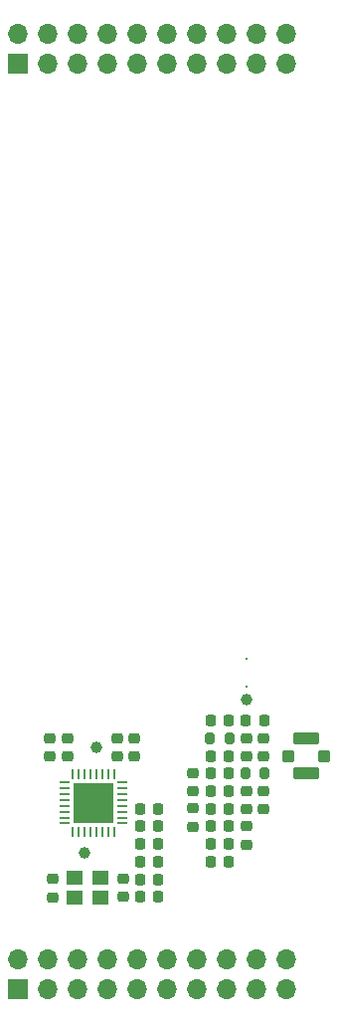
<source format=gbr>
G04 #@! TF.GenerationSoftware,KiCad,Pcbnew,9.99.0-unknown-d5f02ba7bc~182~ubuntu22.04.1*
G04 #@! TF.CreationDate,2025-03-17T15:10:36+01:00*
G04 #@! TF.ProjectId,rfid-reader,72666964-2d72-4656-9164-65722e6b6963,rev?*
G04 #@! TF.SameCoordinates,Original*
G04 #@! TF.FileFunction,Soldermask,Top*
G04 #@! TF.FilePolarity,Negative*
%FSLAX46Y46*%
G04 Gerber Fmt 4.6, Leading zero omitted, Abs format (unit mm)*
G04 Created by KiCad (PCBNEW 9.99.0-unknown-d5f02ba7bc~182~ubuntu22.04.1) date 2025-03-17 15:10:36*
%MOMM*%
%LPD*%
G01*
G04 APERTURE LIST*
G04 Aperture macros list*
%AMRoundRect*
0 Rectangle with rounded corners*
0 $1 Rounding radius*
0 $2 $3 $4 $5 $6 $7 $8 $9 X,Y pos of 4 corners*
0 Add a 4 corners polygon primitive as box body*
4,1,4,$2,$3,$4,$5,$6,$7,$8,$9,$2,$3,0*
0 Add four circle primitives for the rounded corners*
1,1,$1+$1,$2,$3*
1,1,$1+$1,$4,$5*
1,1,$1+$1,$6,$7*
1,1,$1+$1,$8,$9*
0 Add four rect primitives between the rounded corners*
20,1,$1+$1,$2,$3,$4,$5,0*
20,1,$1+$1,$4,$5,$6,$7,0*
20,1,$1+$1,$6,$7,$8,$9,0*
20,1,$1+$1,$8,$9,$2,$3,0*%
G04 Aperture macros list end*
%ADD10RoundRect,0.225000X0.250000X-0.225000X0.250000X0.225000X-0.250000X0.225000X-0.250000X-0.225000X0*%
%ADD11RoundRect,0.225000X-0.225000X-0.250000X0.225000X-0.250000X0.225000X0.250000X-0.225000X0.250000X0*%
%ADD12RoundRect,0.200000X-0.200000X-0.275000X0.200000X-0.275000X0.200000X0.275000X-0.200000X0.275000X0*%
%ADD13RoundRect,0.225000X0.225000X0.250000X-0.225000X0.250000X-0.225000X-0.250000X0.225000X-0.250000X0*%
%ADD14C,1.000000*%
%ADD15RoundRect,0.062500X0.375000X0.062500X-0.375000X0.062500X-0.375000X-0.062500X0.375000X-0.062500X0*%
%ADD16RoundRect,0.062500X0.062500X0.375000X-0.062500X0.375000X-0.062500X-0.375000X0.062500X-0.375000X0*%
%ADD17R,3.450000X3.450000*%
%ADD18RoundRect,0.030000X0.070000X-0.070000X0.070000X0.070000X-0.070000X0.070000X-0.070000X-0.070000X0*%
%ADD19RoundRect,0.200000X0.200000X0.275000X-0.200000X0.275000X-0.200000X-0.275000X0.200000X-0.275000X0*%
%ADD20RoundRect,0.100000X0.400000X-0.400000X0.400000X0.400000X-0.400000X0.400000X-0.400000X-0.400000X0*%
%ADD21RoundRect,0.105000X0.995000X-0.420000X0.995000X0.420000X-0.995000X0.420000X-0.995000X-0.420000X0*%
%ADD22RoundRect,0.218750X0.256250X-0.218750X0.256250X0.218750X-0.256250X0.218750X-0.256250X-0.218750X0*%
%ADD23R,1.400000X1.200000*%
%ADD24R,1.700000X1.700000*%
%ADD25O,1.700000X1.700000*%
G04 APERTURE END LIST*
D10*
X102210000Y-127455000D03*
X102210000Y-125905000D03*
X100710000Y-127455000D03*
X100710000Y-125905000D03*
D11*
X91685000Y-134930000D03*
X93235000Y-134930000D03*
D12*
X100635000Y-128930000D03*
X102285000Y-128930000D03*
D13*
X99235000Y-127430000D03*
X97685000Y-127430000D03*
X99235000Y-133430000D03*
X97685000Y-133430000D03*
D10*
X102210000Y-131955000D03*
X102210000Y-130405000D03*
D14*
X86960000Y-135680000D03*
D15*
X90147500Y-133180000D03*
X90147500Y-132680000D03*
X90147500Y-132180000D03*
X90147500Y-131680000D03*
X90147500Y-131180000D03*
X90147500Y-130680000D03*
X90147500Y-130180000D03*
X90147500Y-129680000D03*
D16*
X89460000Y-128992500D03*
X88960000Y-128992500D03*
X88460000Y-128992500D03*
X87960000Y-128992500D03*
X87460000Y-128992500D03*
X86960000Y-128992500D03*
X86460000Y-128992500D03*
X85960000Y-128992500D03*
D15*
X85272500Y-129680000D03*
X85272500Y-130180000D03*
X85272500Y-130680000D03*
X85272500Y-131180000D03*
X85272500Y-131680000D03*
X85272500Y-132180000D03*
X85272500Y-132680000D03*
X85272500Y-133180000D03*
D16*
X85960000Y-133867500D03*
X86460000Y-133867500D03*
X86960000Y-133867500D03*
X87460000Y-133867500D03*
X87960000Y-133867500D03*
X88460000Y-133867500D03*
X88960000Y-133867500D03*
X89460000Y-133867500D03*
D17*
X87710000Y-131430000D03*
D10*
X90210000Y-139430000D03*
X90210000Y-137880000D03*
D13*
X99235000Y-131930000D03*
X97685000Y-131930000D03*
X99235000Y-130430000D03*
X97685000Y-130430000D03*
D18*
X100710000Y-121580000D03*
X100710000Y-119180000D03*
D14*
X100710000Y-122680000D03*
D11*
X91685000Y-137930000D03*
X93235000Y-137930000D03*
D10*
X96210000Y-130455000D03*
X96210000Y-128905000D03*
X85460000Y-127455000D03*
X85460000Y-125905000D03*
D19*
X99285000Y-125930000D03*
X97635000Y-125930000D03*
D10*
X83960000Y-127455000D03*
X83960000Y-125905000D03*
D13*
X99235000Y-128930000D03*
X97685000Y-128930000D03*
D20*
X104315000Y-127430000D03*
D21*
X105815000Y-125955000D03*
D20*
X107315000Y-127430000D03*
D21*
X105815000Y-128905000D03*
D11*
X91685000Y-136430000D03*
X93235000Y-136430000D03*
D10*
X96210000Y-133455000D03*
X96210000Y-131905000D03*
D11*
X91685000Y-133430000D03*
X93235000Y-133430000D03*
D22*
X100710000Y-134967500D03*
X100710000Y-133392500D03*
D10*
X91210000Y-127455000D03*
X91210000Y-125905000D03*
D11*
X91685000Y-139430000D03*
X93235000Y-139430000D03*
D14*
X87960000Y-126680000D03*
D11*
X100685000Y-124430000D03*
X102235000Y-124430000D03*
X97685000Y-134930000D03*
X99235000Y-134930000D03*
D13*
X99235000Y-124430000D03*
X97685000Y-124430000D03*
D10*
X89710000Y-127455000D03*
X89710000Y-125905000D03*
X84210000Y-139455000D03*
X84210000Y-137905000D03*
D11*
X91685000Y-131930000D03*
X93235000Y-131930000D03*
X97685000Y-136430000D03*
X99235000Y-136430000D03*
D23*
X86110000Y-139530000D03*
X88310000Y-139530000D03*
X88310000Y-137830000D03*
X86110000Y-137830000D03*
D22*
X100710000Y-131967500D03*
X100710000Y-130392500D03*
D24*
X81280000Y-147320000D03*
D25*
X81280000Y-144780000D03*
X83820000Y-147320000D03*
X83820000Y-144780000D03*
X86360000Y-147320000D03*
X86360000Y-144780000D03*
X88900000Y-147320000D03*
X88900000Y-144780000D03*
X91440000Y-147320000D03*
X91440000Y-144780000D03*
X93980000Y-147320000D03*
X93980000Y-144780000D03*
X96520000Y-147320000D03*
X96520000Y-144780000D03*
X99060000Y-147320000D03*
X99060000Y-144780000D03*
X101600000Y-147320000D03*
X101600000Y-144780000D03*
X104140000Y-147320000D03*
X104140000Y-144780000D03*
D24*
X81280000Y-68580000D03*
D25*
X81280000Y-66040000D03*
X83820000Y-68580000D03*
X83820000Y-66040000D03*
X86360000Y-68580000D03*
X86360000Y-66040000D03*
X88900000Y-68580000D03*
X88900000Y-66040000D03*
X91440000Y-68580000D03*
X91440000Y-66040000D03*
X93980000Y-68580000D03*
X93980000Y-66040000D03*
X96520000Y-68580000D03*
X96520000Y-66040000D03*
X99060000Y-68580000D03*
X99060000Y-66040000D03*
X101600000Y-68580000D03*
X101600000Y-66040000D03*
X104140000Y-68580000D03*
X104140000Y-66040000D03*
M02*

</source>
